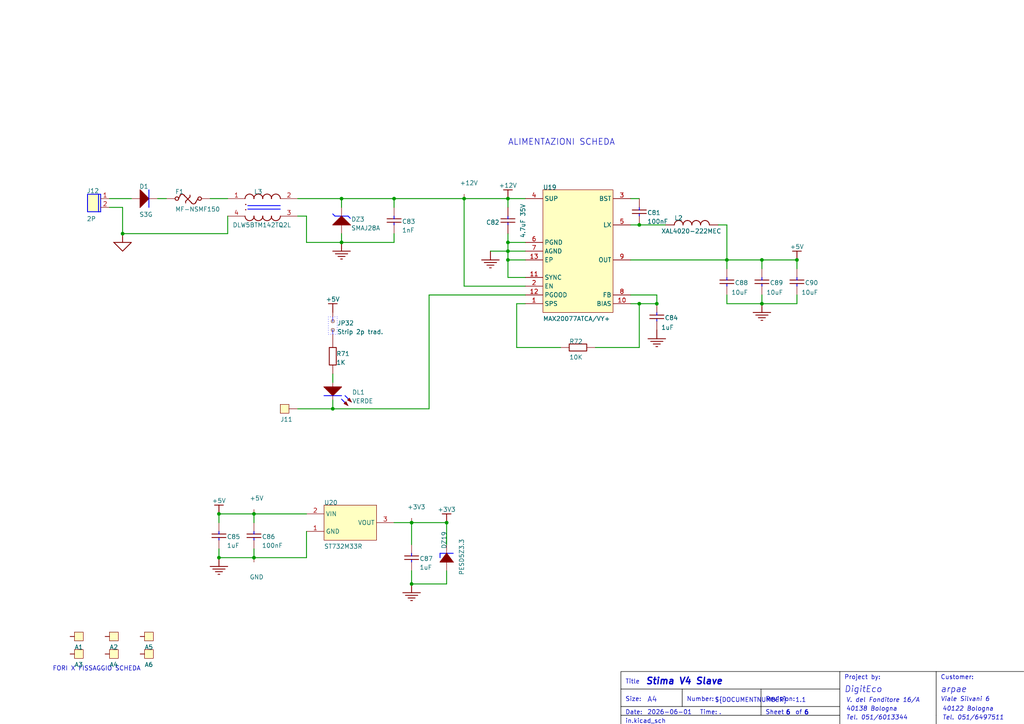
<source format=kicad_sch>
(kicad_sch (version 20230121) (generator eeschema)
  (paper "A4")
  (title_block (title "Stima V4 Slave"))
  (lib_symbols
    (symbol "Stima V4 Slave Rev1_1-altium-import:+12V" (power)
      (property "Reference" "#PWR" (at 0 0 0))
      (property "Value" "+12V" (at 0 3.81 0))
      (symbol "+12V_0_0"
        (polyline (pts (xy -1.27 -2.54) (xy 1.27 -2.54)) (stroke (width 0.254)))
        (polyline (pts (xy 0 0) (xy 0 -2.54)) (stroke (width 0.254)))
        (pin power_in line (at 0 0 0) (length 0) hide (name "+12V") (number ""))
      )
    )
    (symbol "Stima V4 Slave Rev1_1-altium-import:+3V3" (power)
      (property "Reference" "#PWR" (at 0 0 0))
      (property "Value" "+3V3" (at 0 3.81 0))
      (symbol "+3V3_0_0"
        (polyline (pts (xy -1.27 -2.54) (xy 1.27 -2.54)) (stroke (width 0.254)))
        (polyline (pts (xy 0 0) (xy 0 -2.54)) (stroke (width 0.254)))
        (pin power_in line (at 0 0 0) (length 0) hide (name "+3V3") (number ""))
      )
    )
    (symbol "Stima V4 Slave Rev1_1-altium-import:+5V" (power)
      (property "Reference" "#PWR" (at 0 0 0))
      (property "Value" "+5V" (at 0 3.81 0))
      (symbol "+5V_0_0"
        (polyline (pts (xy -1.27 -2.54) (xy 1.27 -2.54)) (stroke (width 0.254)))
        (polyline (pts (xy 0 0) (xy 0 -2.54)) (stroke (width 0.254)))
        (pin power_in line (at 0 0 0) (length 0) hide (name "+5V") (number ""))
      )
    )
    (symbol "Stima V4 Slave Rev1_1-altium-import:EGND" (power)
      (property "Reference" "#PWR" (at 0 0 0))
      (property "Value" "EGND" (at 0 6.35 0))
      (symbol "EGND_0_0"
        (polyline (pts (xy 0 0) (xy 0 -2.54)) (stroke (width 0.254)))
        (polyline (pts (xy -2.54 -2.54) (xy 2.54 -2.54) (xy 0 -5.08) (xy -2.54 -2.54)) (stroke (width 0.254)))
        (pin power_in line (at 0 0 0) (length 0) hide (name "EGND") (number ""))
      )
    )
    (symbol "Stima V4 Slave Rev1_1-altium-import:GND" (power)
      (property "Reference" "#PWR" (at 0 0 0))
      (property "Value" "GND" (at 0 6.35 0))
      (symbol "GND_0_0"
        (polyline (pts (xy -2.54 -2.54) (xy 2.54 -2.54)) (stroke (width 0.254)))
        (polyline (pts (xy -1.778 -3.302) (xy 1.778 -3.302)) (stroke (width 0.254)))
        (polyline (pts (xy -1.016 -4.064) (xy 1.016 -4.064)) (stroke (width 0.254)))
        (polyline (pts (xy -0.254 -4.826) (xy 0.254 -4.826)) (stroke (width 0.254)))
        (polyline (pts (xy 0 0) (xy 0 -2.54)) (stroke (width 0.254)))
        (pin power_in line (at 0 0 0) (length 0) hide (name "GND") (number ""))
      )
    )
    (symbol "Stima V4 Slave Rev1_1-altium-import:root_0_C0603"
      (symbol "root_0_C0603_1_0"
        (polyline (pts (xy -2.032 -0.762) (xy 2.032 -0.762)) (stroke (width 0.254)))
        (polyline (pts (xy 0 -2.54) (xy 0 -1.778)) (stroke (width 0.254) (color 0 0 255 1)))
        (polyline (pts (xy 0 0) (xy 0 -0.762)) (stroke (width 0.254) (color 0 0 255 1)))
        (polyline (pts (xy 2.032 -1.778) (xy -2.032 -1.778)) (stroke (width 0.254)))
        (pin passive line (at 0 2.54 270) (length 2.54) (name "1") (number "1"))
        (pin passive line (at 0 -5.08 90) (length 2.54) (name "2") (number "2"))
      )
    )
    (symbol "Stima V4 Slave Rev1_1-altium-import:root_0_C0805"
      (symbol "root_0_C0805_1_0"
        (polyline (pts (xy -2.032 -0.762) (xy 2.032 -0.762)) (stroke (width 0.254)))
        (polyline (pts (xy 0 -2.54) (xy 0 -1.778)) (stroke (width 0.254) (color 0 0 255 1)))
        (polyline (pts (xy 0 0) (xy 0 -0.762)) (stroke (width 0.254) (color 0 0 255 1)))
        (polyline (pts (xy 2.032 -1.778) (xy -2.032 -1.778)) (stroke (width 0.254)))
        (pin passive line (at 0 2.54 270) (length 2.54) (name "1") (number "1"))
        (pin passive line (at 0 -5.08 90) (length 2.54) (name "2") (number "2"))
      )
    )
    (symbol "Stima V4 Slave Rev1_1-altium-import:root_0_Coil  B82442  2220"
      (symbol "root_0_Coil  B82442  2220_1_0"
        (arc (start 1.27 -1.27) (mid 0.372 -1.642) (end 0 -2.54) (stroke (width 0.254)))
        (arc (start 2.54 -2.54) (mid 2.168 -1.642) (end 1.27 -1.27) (stroke (width 0.254)))
        (arc (start 3.81 -1.27) (mid 2.912 -1.642) (end 2.54 -2.54) (stroke (width 0.254)))
        (arc (start 5.08 -2.54) (mid 4.708 -1.642) (end 3.81 -1.27) (stroke (width 0.254)))
        (arc (start 6.35 -1.27) (mid 5.452 -1.642) (end 5.08 -2.54) (stroke (width 0.254)))
        (arc (start 7.62 -2.54) (mid 7.248 -1.642) (end 6.35 -1.27) (stroke (width 0.254)))
        (arc (start 8.89 -1.27) (mid 7.992 -1.642) (end 7.62 -2.54) (stroke (width 0.254)))
        (arc (start 10.16 -2.54) (mid 9.788 -1.642) (end 8.89 -1.27) (stroke (width 0.254)))
        (pin passive line (at -2.54 -2.54 0) (length 2.54) (name "1") (number "1"))
        (pin passive line (at 12.7 -2.54 180) (length 2.54) (name "2") (number "2"))
      )
    )
    (symbol "Stima V4 Slave Rev1_1-altium-import:root_0_FILTRO MURATA DLW5BT"
      (symbol "root_0_FILTRO MURATA DLW5BT_1_0"
        (polyline (pts (xy 5.842 -3.048) (xy 15.24 -3.048)) (stroke (width 0.254) (color 0 0 255 1)))
        (polyline (pts (xy 5.842 -2.032) (xy 15.24 -2.032)) (stroke (width 0.254) (color 0 0 255 1)))
        (arc (start 5.0421 -5.0955) (mid 6.3606 -6.3879) (end 7.658 -5.0743) (stroke (width 0.254)))
        (arc (start 7.5821 -5.0955) (mid 8.9006 -6.3879) (end 10.198 -5.0743) (stroke (width 0.254)))
        (arc (start 7.6579 0.0155) (mid 6.3394 1.3079) (end 5.042 -0.0057) (stroke (width 0.254)))
        (arc (start 10.1221 -5.0955) (mid 11.4406 -6.3879) (end 12.738 -5.0743) (stroke (width 0.254)))
        (arc (start 10.1979 0.0155) (mid 8.8794 1.3079) (end 7.582 -0.0057) (stroke (width 0.254)))
        (arc (start 12.6621 -5.0955) (mid 13.9806 -6.3879) (end 15.278 -5.0743) (stroke (width 0.254)))
        (arc (start 12.7379 0.0155) (mid 11.4194 1.3079) (end 10.122 -0.0057) (stroke (width 0.254)))
        (arc (start 15.2779 0.0155) (mid 13.9594 1.3079) (end 12.662 -0.0057) (stroke (width 0.254)))
        (text "." (at 5.588 -3.81 900) (effects (font (size 2.032 2.032)) (justify left bottom)))
        (text "." (at 5.588 -2.286 900) (effects (font (size 2.032 2.032)) (justify left bottom)))
        (pin passive line (at 0 0 0) (length 5.08) (name "1") (number "1"))
        (pin passive line (at 20.32 0 180) (length 5.08) (name "2") (number "2"))
        (pin passive line (at 20.32 -5.08 180) (length 5.08) (name "3") (number "3"))
        (pin passive line (at 0 -5.08 0) (length 5.08) (name "4") (number "4"))
      )
    )
    (symbol "Stima V4 Slave Rev1_1-altium-import:root_0_Fuse Thermal"
      (symbol "root_0_Fuse Thermal_1_0"
        (polyline (pts (xy 1.016 -2.54) (xy 1.524 -1.524)) (stroke (width 0.254)))
        (polyline (pts (xy 3.048 -3.81) (xy 3.048 -3.302)) (stroke (width 0.254)))
        (polyline (pts (xy 3.048 -3.302) (xy 4.318 -2.032)) (stroke (width 0.254)))
        (polyline (pts (xy 4.318 -2.032) (xy 4.318 -1.524)) (stroke (width 0.254)))
        (polyline (pts (xy 4.826 -3.81) (xy 2.54 -1.524)) (stroke (width 0.254)))
        (polyline (pts (xy 5.842 -3.81) (xy 6.604 -2.54)) (stroke (width 0.254)))
        (circle (center 0.508 -2.54) (radius 0.508) (stroke (width 0.254)))
        (arc (start 2.7549 -1.791) (mid 2.1331 -1.2767) (end 1.398 -1.6093) (stroke (width 0.254)))
        (arc (start 4.7 -3.7247) (mid 5.3814 -4.0625) (end 6.0156 -3.6428) (stroke (width 0.254)))
        (circle (center 7.112 -2.54) (radius 0.508) (stroke (width 0.254)))
        (pin passive line (at -2.54 -2.54 0) (length 2.54) (name "1") (number "1"))
        (pin passive line (at 10.16 -2.54 180) (length 2.54) (name "2") (number "2"))
      )
    )
    (symbol "Stima V4 Slave Rev1_1-altium-import:root_0_JUMP1"
      (symbol "root_0_JUMP1_1_0"
        (polyline (pts (xy 1.27 -3.81) (xy 1.27 -5.08)) (stroke (width 0) (color 0 0 255 1)))
        (polyline (pts (xy 1.27 -1.27) (xy 1.27 0)) (stroke (width 0) (color 0 0 255 1)))
        (polyline (pts (xy 2.54 0) (xy 0 0) (xy 0 -5.08) (xy 2.54 -5.08) (xy 2.54 0)) (stroke (width 0) (type dot) (color 0 0 255 1)))
        (circle (center 1.27 -3.81) (radius 0.508) (stroke (width 0.0001)) (fill (type color) (color 192 192 192 1)))
        (circle (center 1.27 -1.27) (radius 0.508) (stroke (width 0.0001)) (fill (type color) (color 192 192 192 1)))
        (pin passive line (at 1.27 1.27 270) (length 1.27) (name "") (number "1"))
        (pin passive line (at 1.27 -6.35 90) (length 1.27) (name "") (number "2"))
      )
    )
    (symbol "Stima V4 Slave Rev1_1-altium-import:root_0_MAX20077"
      (symbol "root_0_MAX20077_1_0"
        (rectangle (start 20.32 0) (end 0 -35.56) (fill (type background)))
        (pin input line (at -5.08 -33.02 0) (length 5) (name "SPS") (number "1"))
        (pin passive line (at 25.4 -33.02 180) (length 5) (name "BIAS") (number "10"))
        (pin passive line (at -5.08 -25.4 0) (length 5) (name "SYNC") (number "11"))
        (pin output line (at -5.08 -30.48 0) (length 5) (name "PGOOD") (number "12"))
        (pin passive line (at -5.08 -20.32 0) (length 5) (name "EP") (number "13"))
        (pin input line (at -5.08 -27.94 0) (length 5) (name "EN") (number "2"))
        (pin passive line (at 25.4 -2.54 180) (length 5) (name "BST") (number "3"))
        (pin power_in line (at -5.08 -2.54 0) (length 5) (name "SUP") (number "4"))
        (pin passive line (at 25.4 -10.16 180) (length 5) (name "LX") (number "5"))
        (pin power_in line (at -5.08 -15.24 0) (length 5) (name "PGND") (number "6"))
        (pin power_in line (at -5.08 -17.78 0) (length 5) (name "AGND") (number "7"))
        (pin passive line (at 25.4 -30.48 180) (length 5) (name "FB") (number "8"))
        (pin passive line (at 25.4 -20.32 180) (length 5) (name "OUT") (number "9"))
      )
    )
    (symbol "Stima V4 Slave Rev1_1-altium-import:root_0_Res 0603"
      (symbol "root_0_Res 0603_1_0"
        (rectangle (start 5.08 -1.524) (end 0 -3.556) (stroke (width 0.254)))
        (pin passive line (at -2.54 -2.54 0) (length 2.54) (name "1") (number "1"))
        (pin passive line (at 7.62 -2.54 180) (length 2.54) (name "2") (number "2"))
      )
    )
    (symbol "Stima V4 Slave Rev1_1-altium-import:root_0_ST732M"
      (symbol "root_0_ST732M_1_0"
        (rectangle (start 15.24 0) (end 0 -10.16) (fill (type background)))
        (pin power_in line (at -5.08 -7.62 0) (length 5.08) (name "GND") (number "1"))
        (pin passive line (at -5.08 -2.54 0) (length 5.08) (name "VIN") (number "2"))
        (pin passive line (at 20.32 -5.08 180) (length 5.08) (name "VOUT") (number "3"))
      )
    )
    (symbol "Stima V4 Slave Rev1_1-altium-import:root_0_Transil SMD PESD5"
      (symbol "root_0_Transil SMD PESD5_1_0"
        (polyline (pts (xy -1.905 0) (xy -1.905 -1.27)) (stroke (width 0.254) (color 0 0 255 1)))
        (polyline (pts (xy 1.905 0) (xy -1.905 0)) (stroke (width 0.254) (color 0 0 255 1)))
        (polyline (pts (xy 1.905 -2.54) (xy 0 0) (xy -1.905 -2.54) (xy 1.905 -2.54)) (stroke (width 0.254)) (fill (type outline)))
        (pin passive line (at 0 2.54 270) (length 2.54) (name "K") (number "1"))
        (pin passive line (at 0 -5.08 90) (length 2.54) (name "A") (number "2"))
      )
    )
    (symbol "Stima V4 Slave Rev1_1-altium-import:root_0_Transil SMD SMAJ"
      (symbol "root_0_Transil SMD SMAJ_1_0"
        (polyline (pts (xy -1.905 0) (xy -2.54 0.635)) (stroke (width 0.254) (color 0 0 255 1)))
        (polyline (pts (xy 1.905 0) (xy -1.905 0)) (stroke (width 0.254) (color 0 0 255 1)))
        (polyline (pts (xy 1.905 0) (xy 2.54 -0.635)) (stroke (width 0.254) (color 0 0 255 1)))
        (polyline (pts (xy 2.54 -2.54) (xy 0 0) (xy -2.54 -2.54) (xy 2.54 -2.54)) (stroke (width 0.254)) (fill (type outline)))
        (pin passive line (at 0 2.54 270) (length 2.54) (name "K") (number "1"))
        (pin passive line (at 0 -5.08 90) (length 2.54) (name "A") (number "2"))
      )
    )
    (symbol "Stima V4 Slave Rev1_1-altium-import:root_0_ViteDado"
      (symbol "root_0_ViteDado_1_0"
        (rectangle (start 2.54 0) (end 0 -2.54) (fill (type background)))
        (pin passive line (at -1.27 -1.27 0) (length 1.27) (name "A") (number "1"))
      )
    )
    (symbol "Stima V4 Slave Rev1_1-altium-import:root_0_mirrored_Mors 2p px"
      (symbol "root_0_mirrored_Mors 2p px_1_0"
        (rectangle (start 0 0) (end -3.81 -5.08) (fill (type background)))
        (polyline (pts (xy -0.635 0) (xy -0.635 -5.08)) (stroke (width 0.254) (color 0 0 255 1)))
        (polyline (pts (xy 0 -5.08) (xy 0 0) (xy -3.81 0) (xy -3.81 -5.08) (xy 0 -5.08)) (stroke (width 0.254) (color 0 0 255 1)))
        (pin passive line (at 2.54 -1.27 180) (length 2.54) (name "1") (number "1"))
        (pin passive line (at 2.54 -3.81 180) (length 2.54) (name "2") (number "2"))
      )
    )
    (symbol "Stima V4 Slave Rev1_1-altium-import:root_1_Res 0805"
      (symbol "root_1_Res 0805_1_0"
        (rectangle (start 3.556 5.08) (end 1.524 0) (stroke (width 0.254)))
        (pin passive line (at 2.54 -2.54 90) (length 2.54) (name "1") (number "1"))
        (pin passive line (at 2.54 7.62 270) (length 2.54) (name "2") (number "2"))
      )
    )
    (symbol "Stima V4 Slave Rev1_1-altium-import:root_1_TestPoint"
      (symbol "root_1_TestPoint_1_0"
        (pin passive line (at 1.27 -1.27 90) (length 1.27) (name "") (number "1"))
      )
    )
    (symbol "Stima V4 Slave Rev1_1-altium-import:root_2_C0805"
      (symbol "root_2_C0805_1_0"
        (polyline (pts (xy -2.032 1.778) (xy 2.032 1.778)) (stroke (width 0.254)))
        (polyline (pts (xy 0 0) (xy 0 0.762)) (stroke (width 0.254) (color 0 0 255 1)))
        (polyline (pts (xy 0 2.54) (xy 0 1.778)) (stroke (width 0.254) (color 0 0 255 1)))
        (polyline (pts (xy 2.032 0.762) (xy -2.032 0.762)) (stroke (width 0.254)))
        (pin passive line (at 0 -2.54 90) (length 2.54) (name "1") (number "1"))
        (pin passive line (at 0 5.08 270) (length 2.54) (name "2") (number "2"))
      )
    )
    (symbol "Stima V4 Slave Rev1_1-altium-import:root_2_VIAS1"
      (symbol "root_2_VIAS1_1_0"
        (rectangle (start 0 1.27) (end -2.54 -1.27) (fill (type background)))
        (pin passive line (at 2.54 0 180) (length 2.54) (name "1") (number "1"))
      )
    )
    (symbol "Stima V4 Slave Rev1_1-altium-import:root_3_Diode SMD PWR DO-214AB"
      (symbol "root_3_Diode SMD PWR DO-214AB_1_0"
        (polyline (pts (xy 0 2.54) (xy 0 -2.54)) (stroke (width 0.254) (color 0 0 255 1)))
        (polyline (pts (xy -2.54 -2.54) (xy 0 0) (xy -2.54 2.54) (xy -2.54 -2.54)) (stroke (width 0.254)) (fill (type outline)))
        (pin passive line (at 2.54 0 180) (length 2.54) (name "K") (number "1"))
        (pin passive line (at -5.08 0 0) (length 2.54) (name "A") (number "2"))
      )
    )
    (symbol "Stima V4 Slave Rev1_1-altium-import:root_3_Led  SMD"
      (symbol "root_3_Led  SMD_1_0"
        (polyline (pts (xy 0 -3.556) (xy 1.778 -5.334)) (stroke (width 0.254) (color 0 0 255 1)))
        (polyline (pts (xy 0 -2.54) (xy -5.08 -2.54)) (stroke (width 0.254) (color 0 0 255 1)))
        (polyline (pts (xy 1.016 -2.54) (xy 2.794 -4.318)) (stroke (width 0.254) (color 0 0 255 1)))
        (polyline (pts (xy -5.08 0) (xy -2.54 -2.54) (xy 0 0) (xy -5.08 0)) (stroke (width 0.254)) (fill (type outline)))
        (polyline (pts (xy 1.778 -5.334) (xy 1.27 -4.318) (xy 0.762 -4.826) (xy 1.778 -5.334)) (stroke (width 0.254)) (fill (type outline)))
        (polyline (pts (xy 2.794 -4.318) (xy 2.286 -3.302) (xy 1.778 -3.81) (xy 2.794 -4.318)) (stroke (width 0.254)) (fill (type outline)))
        (pin passive line (at -2.54 -3.81 90) (length 1.27) (name "K") (number "1"))
        (pin passive line (at -2.54 1.27 270) (length 1.27) (name "A") (number "2"))
      )
    )
    (symbol "Stima V4 Slave Rev1_1-altium-import:root_3_TestPoint"
      (symbol "root_3_TestPoint_1_0"
        (pin passive line (at -1.27 1.27 270) (length 1.27) (name "") (number "1"))
      )
    )
  )
  (junction (at 73.66 161.7472))
  (junction (at 129.54 151.5872))
  (junction (at 185.42 65.2272))
  (junction (at 220.98 88.0872))
  (junction (at 147.32 70.3072))
  (junction (at 231.14 75.3872))
  (junction (at 210.82 75.3872))
  (junction (at 119.38 151.5872))
  (junction (at 63.5 161.7472))
  (junction (at 147.32 72.8472))
  (junction (at 134.62 57.6072))
  (junction (at 35.56 67.7672))
  (junction (at 99.06 57.6072))
  (junction (at 96.52 118.5672))
  (junction (at 119.38 169.3672))
  (junction (at 220.98 75.3872))
  (junction (at 190.5 88.0872))
  (junction (at 114.3 57.6072))
  (junction (at 147.32 75.3872))
  (junction (at 185.42 88.0872))
  (junction (at 73.66 149.0472))
  (junction (at 63.5 149.0472))
  (junction (at 99.06 70.3072))
  (junction (at 147.32 57.6072))
  (wire (pts (xy 60.96 57.6072) (xy 66.04 57.6072)) (stroke (width 0.254)))
  (wire (pts (xy 73.66 159.2072) (xy 73.66 161.7472)) (stroke (width 0.254)))
  (wire (pts (xy 152.4 57.6072) (xy 147.32 57.6072)) (stroke (width 0.254)))
  (wire (pts (xy 220.98 75.3872) (xy 231.14 75.3872)) (stroke (width 0.254)))
  (wire (pts (xy 152.4 85.5472) (xy 124.46 85.5472)) (stroke (width 0.254)))
  (wire (pts (xy 88.9 149.0472) (xy 73.66 149.0472)) (stroke (width 0.254)))
  (wire (pts (xy 231.14 75.3872) (xy 231.14 77.9272)) (stroke (width 0.254)))
  (wire (pts (xy 114.3 60.1472) (xy 114.3 57.6072)) (stroke (width 0.254)))
  (wire (pts (xy 96.52 116.0272) (xy 96.52 118.5672)) (stroke (width 0.254)))
  (wire (pts (xy 119.38 169.3672) (xy 119.38 165.5572)) (stroke (width 0.254)))
  (wire (pts (xy 152.4 83.0072) (xy 134.62 83.0072)) (stroke (width 0.254)))
  (wire (pts (xy 182.88 65.2272) (xy 185.42 65.2272)) (stroke (width 0.254)))
  (wire (pts (xy 63.5 149.0472) (xy 63.5 151.5872)) (stroke (width 0.254)))
  (wire (pts (xy 147.32 60.1472) (xy 147.32 57.6072)) (stroke (width 0.254)))
  (wire (pts (xy 182.88 75.3872) (xy 210.82 75.3872)) (stroke (width 0.254)))
  (wire (pts (xy 129.54 151.5872) (xy 129.54 157.9372)) (stroke (width 0.254)))
  (wire (pts (xy 220.98 77.9272) (xy 220.98 75.3872)) (stroke (width 0.254)))
  (wire (pts (xy 86.36 62.6872) (xy 88.9 62.6872)) (stroke (width 0.254)))
  (wire (pts (xy 220.98 88.0872) (xy 220.98 85.5472)) (stroke (width 0.254)))
  (wire (pts (xy 99.06 70.3072) (xy 114.3 70.3072)) (stroke (width 0.254)))
  (wire (pts (xy 190.5 88.0872) (xy 190.5 85.5472)) (stroke (width 0.254)))
  (wire (pts (xy 73.66 151.5872) (xy 73.66 149.0472)) (stroke (width 0.254)))
  (wire (pts (xy 31.75 57.6072) (xy 38.1 57.6072)) (stroke (width 0.254)))
  (wire (pts (xy 182.88 57.6072) (xy 185.42 57.6072)) (stroke (width 0.254)))
  (wire (pts (xy 73.66 149.0472) (xy 63.5 149.0472)) (stroke (width 0.254)))
  (wire (pts (xy 208.28 65.2272) (xy 210.82 65.2272)) (stroke (width 0.254)))
  (wire (pts (xy 31.75 60.1472) (xy 35.56 60.1472)) (stroke (width 0.254)))
  (wire (pts (xy 119.38 157.9372) (xy 119.38 151.5872)) (stroke (width 0.254)))
  (wire (pts (xy 152.4 72.8472) (xy 147.32 72.8472)) (stroke (width 0.254)))
  (wire (pts (xy 66.04 67.7672) (xy 66.04 62.6872)) (stroke (width 0.254)))
  (wire (pts (xy 147.32 70.3072) (xy 147.32 72.8472)) (stroke (width 0.254)))
  (wire (pts (xy 152.4 80.4672) (xy 147.32 80.4672)) (stroke (width 0.254)))
  (wire (pts (xy 129.54 165.5572) (xy 129.54 169.3672)) (stroke (width 0.254)))
  (wire (pts (xy 149.86 100.7872) (xy 162.56 100.7872)) (stroke (width 0.254)))
  (wire (pts (xy 99.06 70.3072) (xy 99.06 67.7672)) (stroke (width 0.254)))
  (wire (pts (xy 185.42 100.7872) (xy 185.42 88.0872)) (stroke (width 0.254)))
  (wire (pts (xy 88.9 154.1272) (xy 88.9 161.7472)) (stroke (width 0.254)))
  (wire (pts (xy 96.52 110.9472) (xy 96.52 108.4072)) (stroke (width 0.254)))
  (wire (pts (xy 147.32 72.8472) (xy 142.24 72.8472)) (stroke (width 0.254)))
  (wire (pts (xy 35.56 67.7672) (xy 66.04 67.7672)) (stroke (width 0.254)))
  (wire (pts (xy 124.46 118.5672) (xy 96.52 118.5672)) (stroke (width 0.254)))
  (wire (pts (xy 210.82 88.0872) (xy 220.98 88.0872)) (stroke (width 0.254)))
  (wire (pts (xy 134.62 57.6072) (xy 114.3 57.6072)) (stroke (width 0.254)))
  (wire (pts (xy 129.54 169.3672) (xy 119.38 169.3672)) (stroke (width 0.254)))
  (wire (pts (xy 35.56 60.1472) (xy 35.56 67.7672)) (stroke (width 0.254)))
  (wire (pts (xy 119.38 151.5872) (xy 129.54 151.5872)) (stroke (width 0.254)))
  (wire (pts (xy 210.82 85.5472) (xy 210.82 88.0872)) (stroke (width 0.254)))
  (wire (pts (xy 149.86 88.0872) (xy 149.86 100.7872)) (stroke (width 0.254)))
  (wire (pts (xy 114.3 70.3072) (xy 114.3 67.7672)) (stroke (width 0.254)))
  (wire (pts (xy 185.42 65.2272) (xy 193.04 65.2272)) (stroke (width 0.254)))
  (wire (pts (xy 63.5 161.7472) (xy 63.5 159.2072)) (stroke (width 0.254)))
  (wire (pts (xy 88.9 70.3072) (xy 99.06 70.3072)) (stroke (width 0.254)))
  (wire (pts (xy 88.9 62.6872) (xy 88.9 70.3072)) (stroke (width 0.254)))
  (wire (pts (xy 134.62 83.0072) (xy 134.62 57.6072)) (stroke (width 0.254)))
  (wire (pts (xy 190.5 85.5472) (xy 182.88 85.5472)) (stroke (width 0.254)))
  (wire (pts (xy 99.06 57.6072) (xy 86.36 57.6072)) (stroke (width 0.254)))
  (wire (pts (xy 185.42 88.0872) (xy 190.5 88.0872)) (stroke (width 0.254)))
  (wire (pts (xy 220.98 88.0872) (xy 231.14 88.0872)) (stroke (width 0.254)))
  (wire (pts (xy 210.82 77.9272) (xy 210.82 75.3872)) (stroke (width 0.254)))
  (wire (pts (xy 124.46 85.5472) (xy 124.46 118.5672)) (stroke (width 0.254)))
  (wire (pts (xy 231.14 88.0872) (xy 231.14 85.5472)) (stroke (width 0.254)))
  (wire (pts (xy 147.32 75.3872) (xy 147.32 72.8472)) (stroke (width 0.254)))
  (wire (pts (xy 152.4 88.0872) (xy 149.86 88.0872)) (stroke (width 0.254)))
  (wire (pts (xy 147.32 67.7672) (xy 147.32 70.3072)) (stroke (width 0.254)))
  (wire (pts (xy 114.3 57.6072) (xy 99.06 57.6072)) (stroke (width 0.254)))
  (wire (pts (xy 210.82 75.3872) (xy 220.98 75.3872)) (stroke (width 0.254)))
  (wire (pts (xy 172.72 100.7872) (xy 185.42 100.7872)) (stroke (width 0.254)))
  (wire (pts (xy 210.82 65.2272) (xy 210.82 75.3872)) (stroke (width 0.254)))
  (wire (pts (xy 147.32 70.3072) (xy 152.4 70.3072)) (stroke (width 0.254)))
  (wire (pts (xy 182.88 88.0872) (xy 185.42 88.0872)) (stroke (width 0.254)))
  (wire (pts (xy 88.9 161.7472) (xy 73.66 161.7472)) (stroke (width 0.254)))
  (wire (pts (xy 73.66 161.7472) (xy 63.5 161.7472)) (stroke (width 0.254)))
  (wire (pts (xy 147.32 75.3872) (xy 152.4 75.3872)) (stroke (width 0.254)))
  (wire (pts (xy 96.52 118.5672) (xy 86.36 118.5672)) (stroke (width 0.254)))
  (wire (pts (xy 147.32 57.6072) (xy 134.62 57.6072)) (stroke (width 0.254)))
  (wire (pts (xy 99.06 60.1472) (xy 99.06 57.6072)) (stroke (width 0.254)))
  (wire (pts (xy 45.72 57.6072) (xy 48.26 57.6072)) (stroke (width 0.254)))
  (wire (pts (xy 114.3 151.5872) (xy 119.38 151.5872)) (stroke (width 0.254)))
  (wire (pts (xy 147.32 80.4672) (xy 147.32 75.3872)) (stroke (width 0.254)))
  (polyline (pts (xy 197.866 199.8472) (xy 197.866 204.9272)) (stroke (width 0) (type solid) (color 0 0 0 1)))
  (polyline (pts (xy 220.726 199.8472) (xy 220.726 207.4672)) (stroke (width 0) (type solid) (color 0 0 0 1)))
  (polyline (pts (xy 243.586 194.7672) (xy 243.586 207.4672)) (stroke (width 0) (type solid) (color 0 0 0 1)))
  (polyline (pts (xy 296.926 194.7672) (xy 271.526 194.7672) (xy 271.526 207.4672)) (stroke (width 0) (type solid) (color 0 0 0 1)))
  (polyline (pts (xy 180.086 204.9272) (xy 243.586 204.9272)) (stroke (width 0) (type solid) (color 0 0 0 1)))
  (polyline (pts (xy 180.086 199.8472) (xy 243.586 199.8472)) (stroke (width 0) (type solid) (color 0 0 0 1)))
  (polyline (pts (xy 271.526 207.4672) (xy 271.526 210.0072)) (stroke (width 0) (type solid) (color 0 0 0 1)))
  (polyline (pts (xy 180.086 207.4672) (xy 243.586 207.4672) (xy 243.586 210.0072)) (stroke (width 0) (type solid) (color 0 0 0 1)))
  (polyline (pts (xy 271.526 194.7672) (xy 180.086 194.7672) (xy 180.086 210.0072)) (stroke (width 0) (type solid) (color 0 0 0 1)))
  (text "40122 Bologna" (at 273.304 206.4512 0) (effects (font (size 1.27 1.27) italic) (justify left bottom)))
  (text "6" (at 234.696 207.518 0) (effects (font (size 1.27 1.27) bold) (justify right bottom)))
  (text "Tel. 051/6497511" (at 273.304 208.9912 0) (effects (font (size 1.27 1.27) italic) (justify left bottom)))
  (text "Sheet" (at 221.996 207.4672 0) (effects (font (size 1.27 1.27)) (justify left bottom)))
  (text "" (at 187.706 210.0072 0) (effects (font (size 1.27 1.27)) (justify left bottom)))
  (text "ALIMENTAZIONI SCHEDA" (at 147.32 42.3672 0) (effects (font (size 1.778 1.778)) (justify left bottom)))
  (text "Title" (at 181.356 198.5772 0) (effects (font (size 1.27 1.27)) (justify left bottom)))
  (text "of" (at 230.632 207.4672 0) (effects (font (size 1.27 1.27)) (justify left bottom)))
  (text "Project by:" (at 244.856 197.3072 0) (effects (font (size 1.27 1.27)) (justify left bottom)))
  (text "Size:" (at 181.356 203.6572 0) (effects (font (size 1.27 1.27)) (justify left bottom)))
  (text "V. del Fonditore 16/A" (at 245.364 203.9112 0) (effects (font (size 1.27 1.27) italic) (justify left bottom)))
  (text "Revision:" (at 221.996 203.6572 0) (effects (font (size 1.27 1.27)) (justify left bottom)))
  (text "A4" (at 187.706 203.9112 0) (effects (font (size 1.524 1.524)) (justify left bottom)))
  (text "${DOCUMENTNUMBER}" (at 207.264 203.9112 0) (effects (font (size 1.27 1.27)) (justify left bottom)))
  (text "FORI X FISSAGGIO SCHEDA" (at 15.24 194.7672 0) (effects (font (size 1.27 1.27)) (justify left bottom)))
  (text "DigitEco" (at 244.856 201.1172 0) (effects (font (size 1.778 1.778) italic) (justify left bottom)))
  (text "Date:" (at 181.356 207.4672 0) (effects (font (size 1.27 1.27)) (justify left bottom)))
  (text "Number:" (at 199.136 203.6572 0) (effects (font (size 1.27 1.27)) (justify left bottom)))
  (text "Time:" (at 202.946 207.4672 0) (effects (font (size 1.27 1.27)) (justify left bottom)))
  (text "40138 Bologna" (at 245.364 206.4512 0) (effects (font (size 1.27 1.27) italic) (justify left bottom)))
  (text "Tel. 051/6013344" (at 245.364 208.9912 0) (effects (font (size 1.27 1.27) italic) (justify left bottom)))
  (text "." (at 209.296 207.4672 0) (effects (font (size 1.27 1.27)) (justify right bottom)))
  (text "${TITLE}" (at 187.198 198.8312 0) (effects (font (size 1.905 1.905) bold italic) (justify left bottom)))
  (text "${FILENAME}" (at 181.356 210.0072 0) (effects (font (size 1.27 1.27)) (justify left bottom)))
  (text "${#}" (at 227.838 207.518 0) (effects (font (size 1.27 1.27) bold) (justify left bottom)))
  (text "1.1" (at 230.632 203.9112 0) (effects (font (size 1.27 1.27)) (justify left bottom)))
  (text "${CURRENT_DATE}" (at 187.706 207.4672 0) (effects (font (size 1.27 1.27)) (justify left bottom)))
  (text "Viale Silvani 6" (at 272.796 203.6572 0) (effects (font (size 1.27 1.27) italic) (justify left bottom)))
  (text "Customer:" (at 272.796 197.3072 0) (effects (font (size 1.27 1.27)) (justify left bottom)))
  (text "arpae" (at 272.796 201.1172 0) (effects (font (size 1.778 1.778) italic) (justify left bottom)))
  (symbol (lib_id "Stima V4 Slave Rev1_1-altium-import:root_0_Coil  B82442  2220") (at 195.58 62.6872 0) (unit 1)
    (property "Reference" "L2" (at 195.58 63.9572 0) (effects (justify left bottom)))
    (property "Value" "XAL4020-222MEC" (at 191.77 67.7672 0) (effects (justify left bottom)))
    (property "Footprint" "COIL COILCRAFT XAL4020-MIO" (effects hide))
    (property "ALTIUM_VALUE" "2.2uH" (effects hide))
  )
  (symbol (lib_id "Stima V4 Slave Rev1_1-altium-import:root_0_ViteDado") (at 41.91 188.4172 0) (unit 1)
    (property "Reference" "A6" (at 41.91 193.4972 0) (effects (justify left bottom)))
    (property "Value" "ViteDado" (effects hide))
    (property "Footprint" "ViteDado3" (effects hide))
  )
  (symbol (lib_id "Stima V4 Slave Rev1_1-altium-import:root_0_ViteDado") (at 31.75 183.3372 0) (unit 1)
    (property "Reference" "A2" (at 31.75 188.4172 0) (effects (justify left bottom)))
    (property "Value" "ViteDado" (effects hide))
    (property "Footprint" "ViteDado4" (effects hide))
  )
  (symbol (lib_id "Stima V4 Slave Rev1_1-altium-import:root_0_C0603") (at 119.38 160.4772 0) (unit 1)
    (property "Reference" "C87" (at 121.666 162.7632 0) (effects (justify left bottom)))
    (property "Value" "1uF" (at 121.666 165.3032 0) (effects (justify left bottom)))
    (property "Footprint" "0603" (effects hide))
    (property "PACKAGE REFERENCE" "0603" (effects hide))
    (property "TYPE" "Multistrato X5R/X7R" (effects hide))
    (property "ALTIUM_VALUE" "1uF" (effects hide))
    (property "VOLTAGE" "20V" (effects hide))
  )
  (symbol (lib_id "Stima V4 Slave Rev1_1-altium-import:root_0_MAX20077") (at 157.48 55.0672 0) (unit 1)
    (property "Reference" "U19" (at 157.48 55.0672 0) (effects (justify left bottom)))
    (property "Value" "MAX20077ATCA/VY+" (at 157.48 93.1672 0) (effects (justify left bottom)))
    (property "Footprint" "TDFN 12L" (effects hide))
    (property "PACKAGE REFERENCE" "TDFN12L" (effects hide))
  )
  (symbol (lib_id "Stima V4 Slave Rev1_1-altium-import:root_2_C0805") (at 190.5 93.1672 0) (unit 1)
    (property "Reference" "C84" (at 192.786 92.9132 0) (effects (justify left bottom)))
    (property "Value" "1uF" (at 191.77 95.7072 0) (effects (justify left bottom)))
    (property "Footprint" "0805" (effects hide))
    (property "PACKAGE REFERENCE" "0603" (effects hide))
    (property "TYPE" "Multistrato X5R/X7R" (effects hide))
    (property "ALTIUM_VALUE" "1uF" (effects hide))
    (property "VOLTAGE" "20V" (effects hide))
  )
  (symbol (lib_id "Stima V4 Slave Rev1_1-altium-import:GND") (at 63.5 161.7472 0) (unit 1)
    (property "Reference" "#PWR?" (effects hide))
    (property "Value" "GND" (effects hide))
  )
  (symbol (lib_id "Stima V4 Slave Rev1_1-altium-import:root_2_VIAS1") (at 83.82 118.5672 0) (unit 1)
    (property "Reference" "J11" (at 81.28 122.3772 0) (effects (justify left bottom)))
    (property "Value" "VIAS1" (effects hide))
    (property "Footprint" "VIAS0_8" (effects hide))
  )
  (symbol (lib_id "Stima V4 Slave Rev1_1-altium-import:+5V") (at 63.5 149.0472 180) (unit 1)
    (property "Reference" "#PWR?" (effects hide))
    (property "Value" "+5V" (at 63.5 145.2372 0))
  )
  (symbol (lib_id "Stima V4 Slave Rev1_1-altium-import:root_0_FILTRO MURATA DLW5BT") (at 66.04 57.6072 0) (unit 1)
    (property "Reference" "L3" (at 73.66 56.3372 0) (effects (justify left bottom)))
    (property "Value" "DLW5BTM142TQ2L" (at 67.445 65.9892 0) (effects (justify left bottom)))
    (property "Footprint" "FILTRO DLW5B" (effects hide))
    (property "PACKAGE REFERENCE" "SMD" (effects hide))
  )
  (symbol (lib_id "Stima V4 Slave Rev1_1-altium-import:root_0_C0805") (at 185.42 60.1472 0) (unit 1)
    (property "Reference" "C81" (at 187.706 62.4332 0) (effects (justify left bottom)))
    (property "Value" "100nF" (at 187.706 64.9732 0) (effects (justify left bottom)))
    (property "Footprint" "0805" (effects hide))
    (property "PACKAGE REFERENCE" "0805" (effects hide))
    (property "TYPE" "Multistrato X5R/X7R" (effects hide))
    (property "ALTIUM_VALUE" "100nF" (effects hide))
    (property "VOLTAGE" "50V" (effects hide))
  )
  (symbol (lib_id "Stima V4 Slave Rev1_1-altium-import:GND") (at 190.5 95.7072 0) (unit 1)
    (property "Reference" "#PWR?" (effects hide))
    (property "Value" "GND" (effects hide))
  )
  (symbol (lib_id "Stima V4 Slave Rev1_1-altium-import:root_0_C0603") (at 114.3 62.6872 0) (unit 1)
    (property "Reference" "C83" (at 116.586 64.9732 0) (effects (justify left bottom)))
    (property "Value" "1nF" (at 116.586 67.5132 0) (effects (justify left bottom)))
    (property "Footprint" "0603" (effects hide))
    (property "PACKAGE REFERENCE" "0603" (effects hide))
    (property "TYPE" "Multistrato X5R/X7R" (effects hide))
    (property "ALTIUM_VALUE" "1nF" (effects hide))
    (property "VOLTAGE" "50V" (effects hide))
  )
  (symbol (lib_id "Stima V4 Slave Rev1_1-altium-import:root_1_TestPoint") (at 133.35 56.3372 0) (unit 1)
    (property "Reference" "+12V" (at 133.35 53.7972 0) (effects (justify left bottom)))
    (property "Value" "TestPoint" (effects hide))
    (property "Footprint" "TP" (effects hide))
  )
  (symbol (lib_id "Stima V4 Slave Rev1_1-altium-import:root_0_C0603") (at 73.66 154.1272 0) (unit 1)
    (property "Reference" "C86" (at 75.946 156.4132 0) (effects (justify left bottom)))
    (property "Value" "100nF" (at 75.946 158.9532 0) (effects (justify left bottom)))
    (property "Footprint" "0603" (effects hide))
    (property "PACKAGE REFERENCE" "0603" (effects hide))
    (property "TYPE" "Multistrato X5R/X7R" (effects hide))
    (property "ALTIUM_VALUE" "100nF" (effects hide))
    (property "VOLTAGE" "50V" (effects hide))
  )
  (symbol (lib_id "Stima V4 Slave Rev1_1-altium-import:root_2_C0805") (at 231.14 83.0072 0) (unit 1)
    (property "Reference" "C90" (at 233.426 82.7532 0) (effects (justify left bottom)))
    (property "Value" "10uF" (at 232.41 85.5472 0) (effects (justify left bottom)))
    (property "Footprint" "0603" (effects hide))
    (property "PACKAGE REFERENCE" "0603" (effects hide))
    (property "TYPE" "Multistrato X5R/X7R" (effects hide))
    (property "ALTIUM_VALUE" "10uF" (effects hide))
    (property "VOLTAGE" "20V" (effects hide))
  )
  (symbol (lib_id "Stima V4 Slave Rev1_1-altium-import:root_2_C0805") (at 210.82 83.0072 0) (unit 1)
    (property "Reference" "C88" (at 213.106 82.7532 0) (effects (justify left bottom)))
    (property "Value" "10uF" (at 212.09 85.5472 0) (effects (justify left bottom)))
    (property "Footprint" "0603" (effects hide))
    (property "PACKAGE REFERENCE" "0603" (effects hide))
    (property "TYPE" "Multistrato X5R/X7R" (effects hide))
    (property "ALTIUM_VALUE" "10uF" (effects hide))
    (property "VOLTAGE" "20V" (effects hide))
  )
  (symbol (lib_id "Stima V4 Slave Rev1_1-altium-import:root_0_C0805") (at 147.32 62.6872 0) (unit 1)
    (property "Reference" "C82" (at 140.97 65.2272 0) (effects (justify left bottom)))
    (property "Value" "4.7uF 35V" (at 152.4 69.0372 90) (effects (justify left bottom)))
    (property "Footprint" "1206" (effects hide))
    (property "PACKAGE REFERENCE" "0805" (effects hide))
    (property "TYPE" "Multistrato X5R/X7R" (effects hide))
    (property "ALTIUM_VALUE" "4.7uF" (effects hide))
    (property "VOLTAGE" "35V" (effects hide))
  )
  (symbol (lib_id "Stima V4 Slave Rev1_1-altium-import:EGND") (at 35.56 67.7672 0) (unit 1)
    (property "Reference" "#PWR?" (effects hide))
    (property "Value" "EGND" (effects hide))
  )
  (symbol (lib_id "Stima V4 Slave Rev1_1-altium-import:root_1_TestPoint") (at 72.39 147.7772 0) (unit 1)
    (property "Reference" "+5V" (at 72.39 145.2372 0) (effects (justify left bottom)))
    (property "Value" "TestPoint" (effects hide))
    (property "Footprint" "TP" (effects hide))
  )
  (symbol (lib_id "Stima V4 Slave Rev1_1-altium-import:GND") (at 220.98 88.0872 0) (unit 1)
    (property "Reference" "#PWR?" (effects hide))
    (property "Value" "GND" (effects hide))
  )
  (symbol (lib_id "Stima V4 Slave Rev1_1-altium-import:root_0_Res 0603") (at 165.1 98.2472 0) (unit 1)
    (property "Reference" "R72" (at 165.1 99.7712 0) (effects (justify left bottom)))
    (property "Value" "10K" (at 165.1 104.3432 0) (effects (justify left bottom)))
    (property "Footprint" "0603" (effects hide))
    (property "ALTIUM_VALUE" "10K" (effects hide))
    (property "PRECISION" "1%" (effects hide))
    (property "PACKAGE REFERENCE" "0603" (effects hide))
    (property "POWER" "1/10W" (effects hide))
  )
  (symbol (lib_id "Stima V4 Slave Rev1_1-altium-import:root_1_TestPoint") (at 118.11 150.3172 0) (unit 1)
    (property "Reference" "+3V3" (at 118.11 147.7772 0) (effects (justify left bottom)))
    (property "Value" "TestPoint" (effects hide))
    (property "Footprint" "TP" (effects hide))
  )
  (symbol (lib_id "Stima V4 Slave Rev1_1-altium-import:root_3_Led  SMD") (at 99.06 112.2172 0) (unit 1)
    (property "Reference" "DL1" (at 102.108 114.5032 0) (effects (justify left bottom)))
    (property "Value" "VERDE" (at 102.108 117.0432 0) (effects (justify left bottom)))
    (property "Footprint" "0805-led" (effects hide))
    (property "PACKAGE REFERENCE" "Smd 0805" (effects hide))
  )
  (symbol (lib_id "Stima V4 Slave Rev1_1-altium-import:+3V3") (at 129.54 151.5872 180) (unit 1)
    (property "Reference" "#PWR?" (effects hide))
    (property "Value" "+3V3" (at 129.54 147.7772 0))
  )
  (symbol (lib_id "Stima V4 Slave Rev1_1-altium-import:root_0_Fuse Thermal") (at 50.8 55.0672 0) (unit 1)
    (property "Reference" "F1" (at 50.8 56.3372 0) (effects (justify left bottom)))
    (property "Value" "MF-NSMF150" (at 50.8 61.4172 0) (effects (justify left bottom)))
    (property "Footprint" "1206" (effects hide))
    (property "TYPE" "Bourns" (effects hide))
    (property "PACKAGE REFERENCE" "1206" (effects hide))
    (property "ALTIUM_VALUE" "MF-NSMF110-2" (effects hide))
  )
  (symbol (lib_id "Stima V4 Slave Rev1_1-altium-import:GND") (at 119.38 169.3672 0) (unit 1)
    (property "Reference" "#PWR?" (effects hide))
    (property "Value" "GND" (effects hide))
  )
  (symbol (lib_id "Stima V4 Slave Rev1_1-altium-import:root_0_JUMP1") (at 95.25 91.8972 0) (unit 1)
    (property "Reference" "JP32" (at 97.79 94.4372 0) (effects (justify left bottom)))
    (property "Value" "Strip 2p trad." (at 97.79 96.9772 0) (effects (justify left bottom)))
    (property "Footprint" "STRIP2P" (effects hide))
  )
  (symbol (lib_id "Stima V4 Slave Rev1_1-altium-import:+5V") (at 231.14 75.3872 180) (unit 1)
    (property "Reference" "#PWR?" (effects hide))
    (property "Value" "+5V" (at 231.14 71.5772 0))
  )
  (symbol (lib_id "Stima V4 Slave Rev1_1-altium-import:root_0_C0603") (at 63.5 154.1272 0) (unit 1)
    (property "Reference" "C85" (at 65.786 156.4132 0) (effects (justify left bottom)))
    (property "Value" "1uF" (at 65.786 158.9532 0) (effects (justify left bottom)))
    (property "Footprint" "0603" (effects hide))
    (property "PACKAGE REFERENCE" "0603" (effects hide))
    (property "TYPE" "Multistrato X5R/X7R" (effects hide))
    (property "ALTIUM_VALUE" "1uF" (effects hide))
    (property "VOLTAGE" "20V" (effects hide))
  )
  (symbol (lib_id "Stima V4 Slave Rev1_1-altium-import:root_0_ViteDado") (at 21.59 183.3372 0) (unit 1)
    (property "Reference" "A1" (at 21.59 188.4172 0) (effects (justify left bottom)))
    (property "Value" "ViteDado" (effects hide))
    (property "Footprint" "ViteDado4" (effects hide))
  )
  (symbol (lib_id "Stima V4 Slave Rev1_1-altium-import:root_0_ViteDado") (at 21.59 188.4172 0) (unit 1)
    (property "Reference" "A3" (at 21.59 193.4972 0) (effects (justify left bottom)))
    (property "Value" "ViteDado" (effects hide))
    (property "Footprint" "ViteDado4" (effects hide))
  )
  (symbol (lib_id "Stima V4 Slave Rev1_1-altium-import:+5V") (at 96.52 90.6272 180) (unit 1)
    (property "Reference" "#PWR?" (effects hide))
    (property "Value" "+5V" (at 96.52 86.8172 0))
  )
  (symbol (lib_id "Stima V4 Slave Rev1_1-altium-import:root_0_ViteDado") (at 31.75 188.4172 0) (unit 1)
    (property "Reference" "A4" (at 31.75 193.4972 0) (effects (justify left bottom)))
    (property "Value" "ViteDado" (effects hide))
    (property "Footprint" "ViteDado4" (effects hide))
  )
  (symbol (lib_id "Stima V4 Slave Rev1_1-altium-import:root_0_Transil SMD PESD5") (at 129.54 160.4772 0) (unit 1)
    (property "Reference" "DZ19" (at 129.54 159.2072 90) (effects (justify left bottom)))
    (property "Value" "PESD5Z3.3" (at 134.62 166.8272 90) (effects (justify left bottom)))
    (property "Footprint" "SOD 523(SC-79)" (effects hide))
    (property "PACKAGE REFERENCE" "SOD523" (effects hide))
  )
  (symbol (lib_id "Stima V4 Slave Rev1_1-altium-import:root_1_Res 0805") (at 93.98 105.8672 0) (unit 1)
    (property "Reference" "R71" (at 97.536 103.3272 0) (effects (justify left bottom)))
    (property "Value" "1K" (at 97.536 105.8672 0) (effects (justify left bottom)))
    (property "Footprint" "0805" (effects hide))
    (property "ALTIUM_VALUE" "1K" (effects hide))
    (property "PRECISION" "1%" (effects hide))
    (property "PACKAGE REFERENCE" "0805" (effects hide))
    (property "POWER" "1/8W" (effects hide))
  )
  (symbol (lib_id "Stima V4 Slave Rev1_1-altium-import:root_0_mirrored_Mors 2p px") (at 29.21 56.3372 0) (unit 1)
    (property "Reference" "J12" (at 25.146 56.0832 0) (effects (justify left bottom)))
    (property "Value" "2P" (at 25.146 64.2112 0) (effects (justify left bottom)))
    (property "Footprint" "CONN_2P-P381" (effects hide))
    (property "PACKAGE REFERENCE" "PTH" (effects hide))
    (property "TYPE" "Sauro" (effects hide))
  )
  (symbol (lib_id "Stima V4 Slave Rev1_1-altium-import:GND") (at 99.06 70.3072 0) (unit 1)
    (property "Reference" "#PWR?" (effects hide))
    (property "Value" "GND" (effects hide))
  )
  (symbol (lib_id "Stima V4 Slave Rev1_1-altium-import:root_3_TestPoint") (at 74.93 163.0172 0) (unit 1)
    (property "Reference" "GND" (at 72.39 168.0972 0) (effects (justify left bottom)))
    (property "Value" "TestPoint" (effects hide))
    (property "Footprint" "TP" (effects hide))
  )
  (symbol (lib_id "Stima V4 Slave Rev1_1-altium-import:root_0_ViteDado") (at 41.91 183.3372 0) (unit 1)
    (property "Reference" "A5" (at 41.91 188.4172 0) (effects (justify left bottom)))
    (property "Value" "ViteDado" (effects hide))
    (property "Footprint" "ViteDado4" (effects hide))
  )
  (symbol (lib_id "Stima V4 Slave Rev1_1-altium-import:root_3_Diode SMD PWR DO-214AB") (at 43.18 57.6072 0) (unit 1)
    (property "Reference" "D1" (at 40.386 54.8132 0) (effects (justify left bottom)))
    (property "Value" "S3G" (at 40.386 62.9412 0) (effects (justify left bottom)))
    (property "Footprint" "DO-214AB" (effects hide))
    (property "PACKAGE REFERENCE" "DO-214AB" (effects hide))
  )
  (symbol (lib_id "Stima V4 Slave Rev1_1-altium-import:root_0_ST732M") (at 93.98 146.5072 0) (unit 1)
    (property "Reference" "U20" (at 93.98 146.5072 0) (effects (justify left bottom)))
    (property "Value" "ST732M33R" (at 93.98 159.2072 0) (effects (justify left bottom)))
    (property "Footprint" "SOT23_5" (effects hide))
    (property "PACKAGE REFERENCE" "SOT23-5" (effects hide))
  )
  (symbol (lib_id "Stima V4 Slave Rev1_1-altium-import:GND") (at 142.24 72.8472 0) (unit 1)
    (property "Reference" "#PWR?" (effects hide))
    (property "Value" "GND" (effects hide))
  )
  (symbol (lib_id "Stima V4 Slave Rev1_1-altium-import:+12V") (at 147.32 57.6072 180) (unit 1)
    (property "Reference" "#PWR?" (effects hide))
    (property "Value" "+12V" (at 147.32 53.7972 0))
  )
  (symbol (lib_id "Stima V4 Slave Rev1_1-altium-import:root_0_Transil SMD SMAJ") (at 99.06 62.6872 0) (unit 1)
    (property "Reference" "DZ3" (at 101.854 64.3382 0) (effects (justify left bottom)))
    (property "Value" "SMAJ28A" (at 101.854 66.8782 0) (effects (justify left bottom)))
    (property "Footprint" "SMA" (effects hide))
    (property "PACKAGE REFERENCE" "SMA" (effects hide))
    (property "ALTIUM_VALUE" "SMAJ" (effects hide))
  )
  (symbol (lib_id "Stima V4 Slave Rev1_1-altium-import:root_2_C0805") (at 220.98 83.0072 0) (unit 1)
    (property "Reference" "C89" (at 223.266 82.7532 0) (effects (justify left bottom)))
    (property "Value" "10uF" (at 222.25 85.5472 0) (effects (justify left bottom)))
    (property "Footprint" "0603" (effects hide))
    (property "PACKAGE REFERENCE" "0603" (effects hide))
    (property "TYPE" "Multistrato X5R/X7R" (effects hide))
    (property "ALTIUM_VALUE" "10uF" (effects hide))
    (property "VOLTAGE" "20V" (effects hide))
  )
)
</source>
